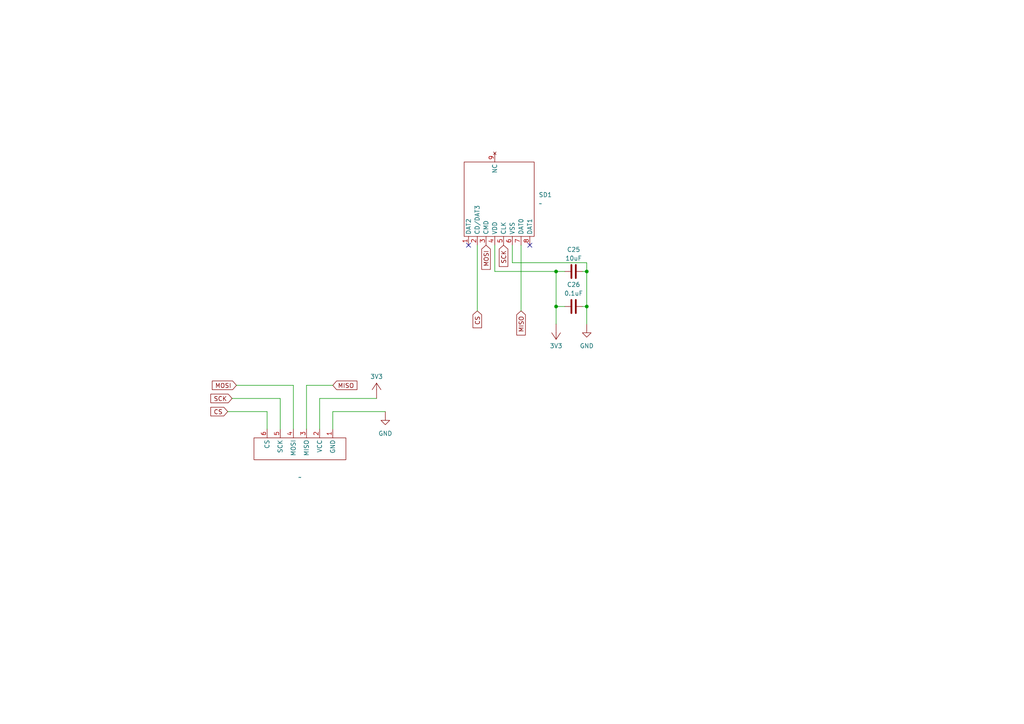
<source format=kicad_sch>
(kicad_sch (version 20250114) (generator "eeschema") (generator_version "9.0")
  (paper "A4")
  (lib_symbols
    (symbol "air_sens_lib:SD_GPIO"
      (property "Reference" "S" (at 0 0 0))
      (symbol "SD_GPIO_0_1"
        (rectangle (start -8.89 3.81) (end 17.78 -2.54))
      )
      (symbol "SD_GPIO_1_1"
        (pin passive line (at -5.08 6.35 270) (length 2.54) (name "CS") (number "6"))
        (pin passive line (at -1.27 6.35 270) (length 2.54) (name "SCK") (number "5"))
        (pin passive line (at 2.54 6.35 270) (length 2.54) (name "MOSI") (number "4"))
        (pin passive line (at 6.35 6.35 270) (length 2.54) (name "MISO") (number "3"))
        (pin power_in line (at 10.16 6.35 270) (length 2.54) (name "VCC") (number "2"))
        (pin power_in line (at 13.97 6.35 270) (length 2.54) (name "GND") (number "1"))
      )
    )
    (symbol "air_sens_lib:SD_SLOT"
      (property "Reference" "SD" (at 0 0 0))
      (symbol "SD_SLOT_0_1"
        (rectangle (start -7.62 35.56) (end 12.7 13.97))
      )
      (symbol "SD_SLOT_1_1"
        (pin passive line (at -6.35 11.43 90) (length 2.54) (name "DAT2") (number "1"))
        (pin input line (at -3.81 11.43 90) (length 2.54) (name "CD/DAT3") (number "2"))
        (pin input line (at -1.27 11.43 90) (length 2.54) (name "CMD") (number "3"))
        (pin no_connect line (at 1.27 38.1 270) (length 2.54) (name "NC") (number "9"))
        (pin power_in line (at 1.27 11.43 90) (length 2.54) (name "VDD") (number "4"))
        (pin input line (at 3.81 11.43 90) (length 2.54) (name "CLK") (number "5"))
        (pin power_in line (at 6.35 11.43 90) (length 2.54) (name "VSS") (number "6"))
        (pin output line (at 8.89 11.43 90) (length 2.54) (name "DAT0") (number "7"))
        (pin passive line (at 11.43 11.43 90) (length 2.54) (name "DAT1") (number "8"))
      )
    )
    (symbol "common:Capacitor" (pin_numbers (hide yes))
      (property "Reference" "C" (at 0 3.5 0))
      (property "Value" "F" (at 0 -4 0))
      (symbol "Capacitor_1_1"
        (polyline (pts (xy -0.635 1.905) (xy -0.635 -1.905)) (stroke (width 0.5)))
        (polyline (pts (xy 0.635 1.905) (xy 0.635 -1.905)) (stroke (width 0.5)))
        (pin passive line (at -2.54 0 0) (length 1.9) (name "~") (number "1"))
        (pin passive line (at 2.54 0 180) (length 1.9) (name "~") (number "2"))
      )
    )
    (symbol "pwr:+3.3V" (power) (pin_numbers (hide yes)) (in_bom no) (on_board no)
      (property "Value" "3V3" (at 0 3 0))
      (symbol "+3.3V_0_1"
        (polyline (pts (xy 0 1.905) (xy -1.27 0)))
        (polyline (pts (xy 0 1.905) (xy 1.27 0)))
        (polyline (pts (xy 0 0) (xy 0 1.905)))
      )
      (symbol "+3.3V_1_1"
        (pin power_in line (at 0 -2.54 90) (length 2.54) (name "~") (number "1"))
      )
    )
    (symbol "pwr:GND" (power) (pin_numbers (hide yes)) (in_bom no) (on_board no)
      (property "Value" "GND" (at 0 -2.5 0))
      (symbol "GND_0_1"
        (polyline (pts (xy 0 0) (xy 1.27 0) (xy 0 -1.27) (xy -1.27 0) (xy 0 0)))
      )
      (symbol "GND_1_1"
        (pin power_in line (at 0 2.54 270) (length 2.54) (name "~") (number "1"))
      )
    )
  )
  (junction (at 170.18 78.74))
  (junction (at 170.18 88.9))
  (junction (at 161.29 88.9))
  (junction (at 161.29 78.74))
  (no_connect (at 153.67 71.12))
  (no_connect (at 135.89 71.12))
  (wire (pts (xy 143.51 78.74) (xy 161.29 78.74)))
  (wire (pts (xy 168.91 78.74) (xy 170.18 78.74)))
  (wire (pts (xy 151.13 71.12) (xy 151.13 90.17)))
  (wire (pts (xy 77.47 124.46) (xy 77.47 119.38)))
  (wire (pts (xy 88.9 124.46) (xy 88.9 111.76)))
  (wire (pts (xy 88.9 111.76) (xy 96.52 111.76)))
  (wire (pts (xy 170.18 88.9) (xy 170.18 93.98)))
  (wire (pts (xy 148.59 76.2) (xy 170.18 76.2)))
  (wire (pts (xy 161.29 88.9) (xy 161.29 93.98)))
  (wire (pts (xy 92.71 124.46) (xy 92.71 115.57)))
  (wire (pts (xy 143.51 71.12) (xy 143.51 78.74)))
  (wire (pts (xy 170.18 76.2) (xy 170.18 78.74)))
  (wire (pts (xy 138.43 71.12) (xy 138.43 90.17)))
  (wire (pts (xy 92.71 115.57) (xy 109.22 115.57)))
  (wire (pts (xy 96.52 119.38) (xy 111.76 119.38)))
  (wire (pts (xy 81.28 124.46) (xy 81.28 115.57)))
  (wire (pts (xy 168.91 88.9) (xy 170.18 88.9)))
  (wire (pts (xy 96.52 124.46) (xy 96.52 119.38)))
  (wire (pts (xy 66.04 119.38) (xy 77.47 119.38)))
  (wire (pts (xy 161.29 78.74) (xy 163.83 78.74)))
  (wire (pts (xy 161.29 78.74) (xy 161.29 88.9)))
  (wire (pts (xy 161.29 88.9) (xy 163.83 88.9)))
  (wire (pts (xy 67.31 115.57) (xy 81.28 115.57)))
  (wire (pts (xy 148.59 71.12) (xy 148.59 76.2)))
  (wire (pts (xy 170.18 78.74) (xy 170.18 88.9)))
  (wire (pts (xy 68.58 111.76) (xy 85.09 111.76)))
  (wire (pts (xy 85.09 124.46) (xy 85.09 111.76)))
  (global_label "MOSI" (shape input) (at 140.97 71.12 270) (property "Intersheetrefs" "${INTERSHEET_REFS}" (effects (hide yes))))
  (global_label "SCK" (shape input) (at 146.05 71.12 270) (property "Intersheetrefs" "${INTERSHEET_REFS}" (effects (hide yes))))
  (global_label "MISO" (shape input) (at 96.52 111.76 0) (property "Intersheetrefs" "${INTERSHEET_REFS}" (effects (hide yes))))
  (global_label "SCK" (shape input) (at 67.31 115.57 180) (property "Intersheetrefs" "${INTERSHEET_REFS}" (effects (hide yes))))
  (global_label "MISO" (shape input) (at 151.13 90.17 270) (property "Intersheetrefs" "${INTERSHEET_REFS}" (effects (hide yes))))
  (global_label "MOSI" (shape input) (at 68.58 111.76 180) (property "Intersheetrefs" "${INTERSHEET_REFS}" (effects (hide yes))))
  (global_label "CS" (shape input) (at 138.43 90.17 270) (property "Intersheetrefs" "${INTERSHEET_REFS}" (effects (hide yes))))
  (global_label "CS" (shape input) (at 66.04 119.38 180) (property "Intersheetrefs" "${INTERSHEET_REFS}" (effects (hide yes))))
  (symbol (lib_id "common:Capacitor") (at 166.37 78.74 0) (unit 1)
    (property "Reference" "C25" (at 166.37 72.39 0))
    (property "Value" "10uF" (at 166.37 74.93 0))
    (property "Footprint" "common:C_0805" (effects (hide yes)))
    (property "Description" "Unpolarized Capacitor" (effects (hide yes)))
  )
  (symbol (lib_id "pwr:GND") (at 111.76 121.92 0) (unit 1) (in_bom no) (on_board no)
    (property "Reference" "#GND034" (effects (hide yes)))
    (property "Value" "GND" (at 111.76 125.73 0))
    (property "Description" "Ground" (effects (hide yes)))
  )
  (symbol (lib_id "air_sens_lib:SD_SLOT") (at 142.24 82.55 0) (unit 1)
    (property "Reference" "SD1" (at 156.21 56.5149 0) (effects (justify left)))
    (property "Value" "~" (at 156.21 59.0549 0) (effects (justify left)))
    (property "Footprint" "air_sens_foots:SD_SLOT" (effects (hide yes)))
  )
  (symbol (lib_id "common:Capacitor") (at 166.37 88.9 0) (unit 1)
    (property "Reference" "C26" (at 166.37 82.55 0))
    (property "Value" "0.1uF" (at 166.37 85.09 0))
    (property "Footprint" "common:C_0603" (effects (hide yes)))
    (property "Description" "Unpolarized Capacitor" (effects (hide yes)))
  )
  (symbol (lib_id "pwr:+3.3V") (at 109.22 113.03 0) (unit 1) (in_bom no) (on_board no)
    (property "Reference" "#3V04" (effects (hide yes)))
    (property "Value" "3V3" (at 109.22 109.22 0))
    (property "Description" "+3.3V" (effects (hide yes)))
  )
  (symbol (lib_id "pwr:GND") (at 170.18 96.52 0) (unit 1) (in_bom no) (on_board no)
    (property "Reference" "#GND014" (effects (hide yes)))
    (property "Value" "GND" (at 170.18 100.33 0))
    (property "Description" "Ground" (effects (hide yes)))
  )
  (symbol (lib_id "pwr:+3.3V") (at 161.29 96.52 180) (unit 1) (in_bom no) (on_board no)
    (property "Reference" "#3V05" (effects (hide yes)))
    (property "Value" "3V3" (at 161.29 100.33 0))
    (property "Description" "+3.3V" (effects (hide yes)))
  )
  (symbol (lib_id "air_sens_lib:SD_GPIO") (at 82.55 130.81 0) (unit 1)
    (property "Reference" "S1" (effects (hide yes)))
    (property "Value" "~" (at 86.995 138.43 0))
  )
)
</source>
